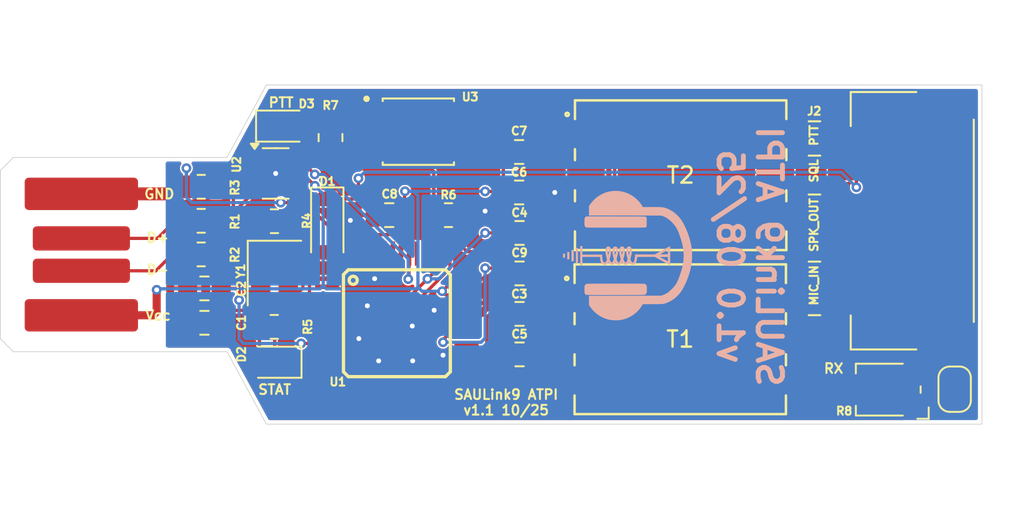
<source format=kicad_pcb>
(kicad_pcb (version 20240108) (generator "pcbnew") (generator_version "8.0")
  (layers (0 "F.Cu" signal) (31 "B.Cu" signal) (34 "B.Paste" user) (35 "F.Paste" user) (36 "B.SilkS" user "B.Silkscreen") (37 "F.SilkS" user "F.Silkscreen") (38 "B.Mask" user) (39 "F.Mask" user) (44 "Edge.Cuts" user))
  (net 0 "")
  (net 1 "Net-(C1-Pad2)")
  (net 2 "Net-(C2-Pad1)")
  (net 3 "Net-(C3-Pad1)")
  (net 4 "Net-(C3-Pad2)")
  (net 5 "Net-(C5-Pad1)")
  (net 6 "Net-(J1-VBUS)")
  (net 7 "Net-(C9-Pad1)")
  (net 8 "Net-(D1-K)")
  (net 9 "Net-(D1-A)")
  (net 10 "Net-(D2-A)")
  (net 11 "Net-(J1-D-)")
  (net 12 "GND")
  (net 13 "Net-(R1-Pad1)")
  (net 14 "Net-(R2-Pad2)")
  (net 15 "Net-(J1-D+)")
  (net 17 "Net-(J2-Pad3)")
  (net 18 "Net-(J2-Pad2)")
  (net 20 "Net-(JP1-A)")
  (net 24 "Net-(J2-Pad4)")
  (net 27 "Net-(R5-Pad2)")
  (net 28 "Net-(R3-Pad2)")
  (net 30 "Net-(U1-Pad42)")
  (net 47 "Net-(J2-Pad6)")
  (net 48 "Net-(R6-Pad1)")
  (net 49 "Net-(R6-Pad2)")
  (net 53 "Net-(T2-Pad1)")
  (net 55 "Net-(JP1-B)")
  (net 56 "Net-(C4-Pad1)")
  (net 57 "Net-(D3-A)")
  (footprint "Capacitor_SMD:C_0805_2012Metric" (layer "F.Cu") (at 139.051252 94.801748)
    (property "Reference" "C5" (at 0 -1.25 0) (layer "F.SilkS") (effects (font (size 0.5 0.5) (thickness 0.125))))
    (property "Value" "4.7uF")
    (pad "1" smd roundrect (at -0.95 0) (size 1 1.45) (layers "F.Cu" "F.Paste" "F.Mask") (net 5 "Net-(C5-Pad1)"))
    (pad "2" smd roundrect (at 0.95 0) (size 1 1.45) (layers "F.Cu" "F.Paste" "F.Mask") (net 12 "GND"))
  )
  (footprint "Resistor_SMD:R_0805_2012Metric" (layer "F.Cu") (at 119.388752 84.451748)
    (property "Reference" "R3" (at 2.0875 0.05 90) (layer "F.SilkS") (effects (font (size 0.5 0.5) (thickness 0.125))))
    (property "Value" "1k5")
    (pad "1" smd roundrect (at -0.9125 0) (size 1.025 1.4) (layers "F.Cu" "F.Paste" "F.Mask") (roundrect_rratio 0.243902) (net 56 "Net-(C4-Pad1)"))
    (pad "2" smd roundrect (at 0.9125 0) (size 1.025 1.4) (layers "F.Cu" "F.Paste" "F.Mask") (roundrect_rratio 0.243902) (net 28 "Net-(R3-Pad2)"))
  )
  (footprint "Resistor_SMD:R_0805_2012Metric" (layer "F.Cu") (at 134.663752 86.201748)
    (property "Reference" "R6" (at 0 -1.25 0) (layer "F.SilkS") (effects (font (size 0.5 0.5) (thickness 0.125))))
    (property "Value" "820")
    (pad "1" smd roundrect (at -0.9125 0) (size 1.025 1.4) (layers "F.Cu" "F.Paste" "F.Mask") (roundrect_rratio 0.243902) (net 48 "Net-(R6-Pad1)"))
    (pad "2" smd roundrect (at 0.9125 0) (size 1.025 1.4) (layers "F.Cu" "F.Paste" "F.Mask") (roundrect_rratio 0.243902) (net 49 "Net-(R6-Pad2)"))
  )
  (footprint "Resistor_SMD:R_0805_2012Metric" (layer "F.Cu") (at 119.388752 88.626748)
    (property "Reference" "R2" (at 2.0875 0.025 90) (layer "F.SilkS") (effects (font (size 0.5 0.5) (thickness 0.125))))
    (property "Value" "22")
    (pad "1" smd roundrect (at -0.9125 0) (size 1.025 1.4) (layers "F.Cu" "F.Paste" "F.Mask") (roundrect_rratio 0.243902) (net 11 "Net-(J1-D-)"))
    (pad "2" smd roundrect (at 0.9125 0) (size 1.025 1.4) (layers "F.Cu" "F.Paste" "F.Mask") (roundrect_rratio 0.243902) (net 14 "Net-(R2-Pad2)"))
  )
  (footprint "Capacitor_SMD:C_0805_2012Metric" (layer "F.Cu") (at 131.001252 86.201748 180)
    (property "Reference" "C8" (at -0.025 1.3 0) (layer "F.SilkS") (effects (font (size 0.5 0.5) (thickness 0.125))))
    (property "Value" "4.7uF")
    (pad "1" smd roundrect (at -0.95 0 180) (size 1 1.45) (layers "F.Cu" "F.Paste" "F.Mask") (net 6 "Net-(J1-VBUS)"))
    (pad "2" smd roundrect (at 0.95 0 180) (size 1 1.45) (layers "F.Cu" "F.Paste" "F.Mask") (net 12 "GND"))
  )
  (footprint "Connector_USB_PCB_Edge:USB_A_PCB_Edge_receptacle" (layer "F.Cu") (at 111.987252 88.637748)
    (property "Reference" "J1" (hide yes))
    (property "Value" "USB_A_PCB_Edge_receptacle")
    (fp_line (start -5 -5.2) (end -5 5.2) (stroke (width 0.05)) (layer "Edge.Cuts"))
    (fp_line (start -5 -5.2) (end -4.2 -6) (stroke (width 0.05)) (layer "Edge.Cuts"))
    (fp_line (start -5 5.2) (end -4.2 6) (stroke (width 0.05)) (layer "Edge.Cuts"))
    (fp_line (start 9 -6) (end -4.2 -6) (stroke (width 0.05)) (layer "Edge.Cuts"))
    (fp_line (start 9 6) (end -4.2 6) (stroke (width 0.05)) (layer "Edge.Cuts"))
    (pad "1" smd roundrect (at 0 3.75) (size 7 2) (layers "F.Cu" "F.Mask") (roundrect_rratio 0.125) (net 6 "Net-(J1-VBUS)"))
    (pad "2" smd roundrect (at 0 1) (size 6 1.5) (layers "F.Cu" "F.Mask") (roundrect_rratio 0.1666666667) (net 11 "Net-(J1-D-)"))
    (pad "3" smd roundrect (at 0 -1) (size 6 1.5) (layers "F.Cu" "F.Mask") (roundrect_rratio 0.1666666667) (net 15 "Net-(J1-D+)"))
    (pad "4" smd roundrect (at 0 -3.75) (size 7 2) (layers "F.Cu" "F.Mask") (roundrect_rratio 0.125) (net 12 "GND"))
  )
  (footprint "Jumper:SolderJumper-2_P1.3mm_Open_RoundedPad1.0x1.5mm" (layer "F.Cu") (at 165.926252 96.951748 90)
    (property "Reference" "JP1" (hide yes))
    (property "Value" "SolderJumper_2_Open")
    (pad "1" smd custom (at -0.65 0 90) (size 1 0.5) (layers "F.Cu" "F.Mask") (net 20 "Net-(JP1-A)") (options (clearance outline) (anchor rect)) (primitives (gr_circle (center 0 0.25) (end 0.5 0.25) (width 0) (fill yes)) (gr_circle (center 0 -0.25) (end 0.5 -0.25) (width 0) (fill yes)) (gr_poly (pts (xy 0.5 0.75) (xy 0 0.75) (xy 0 -0.75) (xy 0.5 -0.75)) (width 0) (fill yes))))
    (pad "2" smd custom (at 0.65 0 90) (size 1 0.5) (layers "F.Cu" "F.Mask") (net 55 "Net-(JP1-B)") (options (clearance outline) (anchor rect)) (primitives (gr_circle (center 0 0.25) (end 0.5 0.25) (width 0) (fill yes)) (gr_circle (center 0 -0.25) (end 0.5 -0.25) (width 0) (fill yes)) (gr_poly (pts (xy 0 0.75) (xy -0.5 0.75) (xy -0.5 -0.75) (xy 0 -0.75)) (width 0) (fill yes))))
  )
  (footprint "Potentiometer_SMD:Potentiometer_Bourns_TC33X_Vertical" (layer "F.Cu") (at 161.722652 96.978148 180)
    (property "Reference" "R8" (at 2.6214 -1.3236 0) (layer "F.SilkS") (effects (font (size 0.5 0.5) (thickness 0.125))))
    (property "Value" "100k")
    (pad "1" smd rect (at -1.8 -1 180) (size 1.2 1.2) (layers "F.Cu" "F.Paste" "F.Mask") (net 20 "Net-(JP1-A)"))
    (pad "2" smd rect (at 1.45 0 180) (size 1.5 1.6) (layers "F.Cu" "F.Paste" "F.Mask") (net 55 "Net-(JP1-B)"))
    (pad "3" smd rect (at -1.8 1 180) (size 1.2 1.2) (layers "F.Cu" "F.Paste" "F.Mask") (net 18 "Net-(J2-Pad2)"))
  )
  (footprint "Resistor_SMD:R_0805_2012Metric" (layer "F.Cu") (at 127.376252 81.414248 -90)
    (property "Reference" "R7" (at -1.9875 0 0) (layer "F.SilkS") (effects (font (size 0.5 0.5) (thickness 0.125))))
    (property "Value" "1.5k")
    (pad "1" smd roundrect (at -0.9125 0 270) (size 1.025 1.4) (layers "F.Cu" "F.Paste" "F.Mask") (roundrect_rratio 0.243902) (net 57 "Net-(D3-A)"))
    (pad "2" smd roundrect (at 0.9125 0 270) (size 1.025 1.4) (layers "F.Cu" "F.Paste" "F.Mask") (roundrect_rratio 0.243902) (net 48 "Net-(R6-Pad1)"))
  )
  (footprint "Capacitor_SMD:C_0805_2012Metric" (layer "F.Cu") (at 139.051252 87.301748)
    (property "Reference" "C4" (at 0 -1.25 0) (layer "F.SilkS") (effects (font (size 0.5 0.5) (thickness 0.125))))
    (property "Value" "4.7uF")
    (pad "1" smd roundrect (at -0.95 0) (size 1 1.45) (layers "F.Cu" "F.Paste" "F.Mask") (net 56 "Net-(C4-Pad1)"))
    (pad "2" smd roundrect (at 0.95 0) (size 1 1.45) (layers "F.Cu" "F.Paste" "F.Mask") (net 12 "GND"))
  )
  (footprint "Capacitor_SMD:C_0805_2012Metric_Pad1.18x1.45mm_HandSolder" (layer "F.Cu") (at 119.588752 90.726748 180)
    (property "Reference" "C2" (at -2.2875 -0.025 90) (layer "F.SilkS") (effects (font (size 0.5 0.5) (thickness 0.125))))
    (property "Value" "20pF")
    (pad "1" smd roundrect (at -1.0375 0 180) (size 1.175 1.45) (layers "F.Cu" "F.Paste" "F.Mask") (roundrect_rratio 0.212766) (net 2 "Net-(C2-Pad1)"))
    (pad "2" smd roundrect (at 1.0375 0 180) (size 1.175 1.45) (layers "F.Cu" "F.Paste" "F.Mask") (roundrect_rratio 0.212766) (net 12 "GND"))
  )
  (footprint "LED_SMD:LED_0805_2012Metric" (layer "F.Cu") (at 123.899852 95.286148 180)
    (property "Reference" "D2" (at 2.0236 0.4844 90) (layer "F.SilkS") (effects (font (size 0.5 0.5) (thickness 0.125))))
    (property "Value" "LED")
    (pad "1" smd roundrect (at -0.9375 0 180) (size 0.975 1.4) (layers "F.Cu" "F.Paste" "F.Mask") (net 12 "GND"))
    (pad "2" smd roundrect (at 0.9375 0 180) (size 0.975 1.4) (layers "F.Cu" "F.Paste" "F.Mask") (net 10 "Net-(D2-A)"))
  )
  (footprint "footprints:RES6_SM-LP-5001E_BRN" (layer "F.Cu") (at 148.977152 93.866748)
    (property "Reference" "T1" (at 0 0 0) (layer "F.SilkS"))
    (property "Value" "SM-LP-5001E")
    (pad "1" smd rect (at -5.849102 -2.54) (size 2.3114 1.1992) (layers "F.Cu" "F.Paste" "F.Mask") (net 12 "GND"))
    (pad "2" smd rect (at -5.849102 0) (size 2.3114 1.1992) (layers "F.Cu" "F.Paste" "F.Mask"))
    (pad "3" smd rect (at -5.849102 2.54) (size 2.3114 1.1992) (layers "F.Cu" "F.Paste" "F.Mask") (net 4 "Net-(C3-Pad2)"))
    (pad "4" smd rect (at 5.849102 2.54) (size 2.3114 1.1992) (layers "F.Cu" "F.Paste" "F.Mask") (net 18 "Net-(J2-Pad2)"))
    (pad "5" smd rect (at 5.849102 0) (size 2.3114 1.1992) (layers "F.Cu" "F.Paste" "F.Mask"))
    (pad "6" smd rect (at 5.849102 -2.54) (size 2.3114 1.1992) (layers "F.Cu" "F.Paste" "F.Mask") (net 55 "Net-(JP1-B)"))
  )
  (footprint "Resistor_SMD:R_0805_2012Metric" (layer "F.Cu") (at 123.899852 93.101748)
    (property "Reference" "R5" (at 2.0764 0 90) (layer "F.SilkS") (effects (font (size 0.5 0.5) (thickness 0.125))))
    (property "Value" "1.5k")
    (pad "1" smd roundrect (at -0.9125 0) (size 1.025 1.4) (layers "F.Cu" "F.Paste" "F.Mask") (roundrect_rratio 0.243902) (net 10 "Net-(D2-A)"))
    (pad "2" smd roundrect (at 0.9125 0) (size 1.025 1.4) (layers "F.Cu" "F.Paste" "F.Mask") (roundrect_rratio 0.243902) (net 27 "Net-(R5-Pad2)"))
  )
  (footprint "Capacitor_SMD:C_0805_2012Metric_Pad1.18x1.45mm_HandSolder" (layer "F.Cu") (at 119.588752 92.851748)
    (property "Reference" "C1" (at 2.2875 0 90) (layer "F.SilkS") (effects (font (size 0.5 0.5) (thickness 0.125))))
    (property "Value" "20pF")
    (pad "1" smd roundrect (at -1.0375 0) (size 1.175 1.45) (layers "F.Cu" "F.Paste" "F.Mask") (roundrect_rratio 0.212766) (net 12 "GND"))
    (pad "2" smd roundrect (at 1.0375 0) (size 1.175 1.45) (layers "F.Cu" "F.Paste" "F.Mask") (roundrect_rratio 0.212766) (net 1 "Net-(C1-Pad2)"))
  )
  (footprint "Capacitor_SMD:C_0805_2012Metric" (layer "F.Cu") (at 139.051252 89.801748)
    (property "Reference" "C9" (at 0 -1.275 0) (layer "F.SilkS") (effects (font (size 0.5 0.5) (thickness 0.125))))
    (property "Value" "100nF")
    (pad "1" smd roundrect (at -0.95 0) (size 1 1.45) (layers "F.Cu" "F.Paste" "F.Mask") (net 7 "Net-(C9-Pad1)"))
    (pad "2" smd roundrect (at 0.95 0) (size 1 1.45) (layers "F.Cu" "F.Paste" "F.Mask") (net 12 "GND"))
  )
  (footprint "S6B-PH-SM4:JST_S6B-PH-SM4-TB_LF__SN_" (layer "F.Cu") (at 159.856652 86.548148 90)
    (property "Reference" "J2" (at 6.7714 -2.6054 0) (layer "F.SilkS") (effects (font (size 0.5 0.5) (thickness 0.125))))
    (property "Value" "S6B-PH-SM4")
    (pad "1" smd rect (at -5 0 90) (size 1 3.5) (layers "F.Cu" "F.Paste" "F.Mask") (net 20 "Net-(JP1-A)"))
    (pad "2" smd rect (at -3 0 90) (size 1 3.5) (layers "F.Cu" "F.Paste" "F.Mask") (net 18 "Net-(J2-Pad2)"))
    (pad "3" smd rect (at -1 0 90) (size 1 3.5) (layers "F.Cu" "F.Paste" "F.Mask") (net 17 "Net-(J2-Pad3)"))
    (pad "4" smd rect (at 1 0 90) (size 1 3.5) (layers "F.Cu" "F.Paste" "F.Mask") (net 24 "Net-(J2-Pad4)"))
    (pad "5" smd rect (at 3 0 90) (size 1 3.5) (layers "F.Cu" "F.Paste" "F.Mask") (net 8 "Net-(D1-K)"))
    (pad "6" smd rect (at 5 0 90) (size 1 3.5) (layers "F.Cu" "F.Paste" "F.Mask") (net 47 "Net-(J2-Pad6)"))
    (pad "S1" smd rect (at -7.35 5.75 90) (size 1.5 3.4) (layers "F.Cu" "F.Paste" "F.Mask") (net 12 "GND"))
    (pad "S2" smd rect (at 7.35 5.75 90) (size 1.5 3.4) (layers "F.Cu" "F.Paste" "F.Mask") (net 12 "GND"))
  )
  (footprint "EL357N-G-Optokoppler:OPTO_EL357N-G" (layer "F.Cu") (at 132.801252 81.046748)
    (property "Reference" "U3" (at 3.2 -2.145 0) (layer "F.SilkS") (effects (font (size 0.5 0.5) (thickness 0.125))))
    (property "Value" "EL357N-G")
    (pad "1" smd rect (at -3.175 -1.27) (size 1.5 0.6) (layers "F.Cu" "F.Paste" "F.Mask") (net 49 "Net-(R6-Pad2)"))
    (pad "2" smd rect (at -3.175 1.27) (size 1.5 0.6) (layers "F.Cu" "F.Paste" "F.Mask") (net 12 "GND"))
    (pad "3" smd rect (at 3.175 1.27) (size 1.5 0.6) (layers "F.Cu" "F.Paste" "F.Mask") (net 12 "GND"))
    (pad "4" smd rect (at 3.175 -1.27) (size 1.5 0.6) (layers "F.Cu" "F.Paste" "F.Mask") (net 47 "Net-(J2-Pad6)"))
  )
  (footprint "LED_SMD:LED_0805_2012Metric" (layer "F.Cu") (at 124.463752 80.701748)
    (property "Reference" "D3" (at 1.4375 -1.375 0) (layer "F.SilkS") (effects (font (size 0.5 0.5) (thickness 0.125))))
    (property "Value" "LED")
    (pad "1" smd roundrect (at -0.9375 0) (size 0.975 1.4) (layers "F.Cu" "F.Paste" "F.Mask") (net 12 "GND"))
    (pad "2" smd roundrect (at 0.9375 0) (size 0.975 1.4) (layers "F.Cu" "F.Paste" "F.Mask") (net 57 "Net-(D3-A)"))
  )
  (footprint "Resistor_SMD:R_0805_2012Metric" (layer "F.Cu") (at 119.388752 86.551748 180)
    (property "Reference" "R1" (at -2.0875 -0.05 90) (layer "F.SilkS") (effects (font (size 0.5 0.5) (thickness 0.125))))
    (property "Value" "22")
    (pad "1" smd roundrect (at -0.9125 0 180) (size 1.025 1.4) (layers "F.Cu" "F.Paste" "F.Mask") (roundrect_rratio 0.243902) (net 13 "Net-(R1-Pad1)"))
    (pad "2" smd roundrect (at 0.9125 0 180) (size 1.025 1.4) (layers "F.Cu" "F.Paste" "F.Mask") (roundrect_rratio 0.243902) (net 15 "Net-(J1-D+)"))
  )
  (footprint "Capacitor_SMD:C_0805_2012Metric" (layer "F.Cu") (at 139.026252 82.301748)
    (property "Reference" "C7" (at 0 -1.3 0) (layer "F.SilkS") (effects (font (size 0.5 0.5) (thickness 0.125))))
    (property "Value" "4.7uF")
    (pad "1" smd roundrect (at -0.95 0) (size 1 1.45) (layers "F.Cu" "F.Paste" "F.Mask") (net 6 "Net-(J1-VBUS)"))
    (pad "2" smd roundrect (at 0.95 0) (size 1 1.45) (layers "F.Cu" "F.Paste" "F.Mask") (net 12 "GND"))
  )
  (footprint "CM108B:TQFP48" (layer "F.Cu") (at 131.476252 92.876748 90)
    (property "Reference" "U1" (at -3.625 -3.65 0) (layer "F.SilkS") (effects (font (size 0.5 0.5) (thickness 0.125))))
    (property "Value" "CM108B" (hide yes))
    (pad "1" smd rect (at 2.75 -4.3 90) (size 0.28 1.5) (layers "F.Cu" "F.Mask"))
    (pad "2" smd rect (at 2.25 -4.3 90) (size 0.28 1.5) (layers "F.Cu" "F.Mask"))
    (pad "3" smd rect (at 1.75 -4.3 90) (size 0.28 1.5) (layers "F.Cu" "F.Mask"))
    (pad "4" smd rect (at 1.25 -4.3 90) (size 0.28 1.5) (layers "F.Cu" "F.Mask"))
    (pad "5" smd rect (at 0.75 -4.3 90) (size 0.28 1.5) (layers "F.Cu" "F.Mask"))
    (pad "6" smd rect (at 0.25 -4.3 90) (size 0.28 1.5) (layers "F.Cu" "F.Mask"))
    (pad "7" smd rect (at -0.25 -4.3 90) (size 0.28 1.5) (layers "F.Cu" "F.Mask") (net 56 "Net-(C4-Pad1)"))
    (pad "8" smd rect (at -0.75 -4.3 90) (size 0.28 1.5) (layers "F.Cu" "F.Mask") (net 1 "Net-(C1-Pad2)"))
    (pad "9" smd rect (at -1.25 -4.3 90) (size 0.28 1.5) (layers "F.Cu" "F.Mask") (net 2 "Net-(C2-Pad1)"))
    (pad "10" smd rect (at -1.75 -4.3 90) (size 0.28 1.5) (layers "F.Cu" "F.Mask") (net 12 "GND"))
    (pad "11" smd rect (at -2.25 -4.3 90) (size 0.28 1.5) (layers "F.Cu" "F.Mask"))
    (pad "12" smd rect (at -2.75 -4.3 90) (size 0.28 1.5) (layers "F.Cu" "F.Mask") (net 27 "Net-(R5-Pad2)"))
    (pad "13" smd rect (at -4.3 -2.75 90) (size 1.5 0.28) (layers "F.Cu" "F.Mask") (net 48 "Net-(R6-Pad1)"))
    (pad "14" smd rect (at -4.3 -2.25 90) (size 1.5 0.28) (layers "F.Cu" "F.Mask") (net 12 "GND"))
    (pad "15" smd rect (at -4.3 -1.75 90) (size 1.5 0.28) (layers "F.Cu" "F.Mask"))
    (pad "16" smd rect (at -4.3 -1.25 90) (size 1.5 0.28) (layers "F.Cu" "F.Mask") (net 12 "GND"))
    (pad "17" smd rect (at -4.3 -0.75 90) (size 1.5 0.28) (layers "F.Cu" "F.Mask"))
    (pad "18" smd rect (at -4.3 -0.25 90) (size 1.5 0.28) (layers "F.Cu" "F.Mask"))
    (pad "19" smd rect (at -4.3 0.25 90) (size 1.5 0.28) (layers "F.Cu" "F.Mask"))
    (pad "20" smd rect (at -4.3 0.75 90) (size 1.5 0.28) (layers "F.Cu" "F.Mask"))
    (pad "21" smd rect (at -4.3 1.25 90) (size 1.5 0.28) (layers "F.Cu" "F.Mask"))
    (pad "22" smd rect (at -4.3 1.75 90) (size 1.5 0.28) (layers "F.Cu" "F.Mask") (net 12 "GND"))
    (pad "23" smd rect (at -4.3 2.25 90) (size 1.5 0.28) (layers "F.Cu" "F.Mask") (net 12 "GND"))
    (pad "24" smd rect (at -4.3 2.75 90) (size 1.5 0.28) (layers "F.Cu" "F.Mask") (net 12 "GND"))
    (pad "25" smd rect (at -2.75 4.3 90) (size 0.28 1.5) (layers "F.Cu" "F.Mask"))
    (pad "26" smd rect (at -2.25 4.3 90) (size 0.28 1.5) (layers "F.Cu" "F.Mask") (net 5 "Net-(C5-Pad1)"))
    (pad "27" smd rect (at -1.75 4.3 90) (size 0.28 1.5) (layers "F.Cu" "F.Mask") (net 3 "Net-(C3-Pad1)"))
    (pad "28" smd rect (at -1.25 4.3 90) (size 0.28 1.5) (layers "F.Cu" "F.Mask"))
    (pad "29" smd rect (at -0.75 4.3 90) (size 0.28 1.5) (layers "F.Cu" "F.Mask") (net 7 "Net-(C9-Pad1)"))
    (pad "30" smd rect (at -0.25 4.3 90) (size 0.28 1.5) (layers "F.Cu" "F.Mask") (net 53 "Net-(T2-Pad1)"))
    (pad "31" smd rect (at 0.25 4.3 90) (size 0.28 1.5) (layers "F.Cu" "F.Mask"))
    (pad "32" smd rect (at 0.75 4.3 90) (size 0.28 1.5) (layers "F.Cu" "F.Mask"))
    (pad "33" smd rect (at 1.25 4.3 90) (size 0.28 1.5) (layers "F.Cu" "F.Mask") (net 12 "GND"))
    (pad "34" smd rect (at 1.75 4.3 90) (size 0.28 1.5) (layers "F.Cu" "F.Mask") (net 6 "Net-(J1-VBUS)"))
    (pad "35" smd rect (at 2.25 4.3 90) (size 0.28 1.5) (layers "F.Cu" "F.Mask") (net 6 "Net-(J1-VBUS)"))
    (pad "36" smd rect (at 2.75 4.3 90) (size 0.28 1.5) (layers "F.Cu" "F.Mask") (net 12 "GND"))
    (pad "37" smd rect (at 4.3 2.75 90) (size 1.5 0.28) (layers "F.Cu" "F.Mask") (net 56 "Net-(C4-Pad1)"))
    (pad "38" smd rect (at 4.3 2.25 90) (size 1.5 0.28) (layers "F.Cu" "F.Mask") (net 56 "Net-(C4-Pad1)"))
    (pad "39" smd rect (at 4.3 1.75 90) (size 1.5 0.28) (layers "F.Cu" "F.Mask"))
    (pad "40" smd rect (at 4.3 1.25 90) (size 1.5 0.28) (layers "F.Cu" "F.Mask"))
    (pad "41" smd rect (at 4.3 0.75 90) (size 1.5 0.28) (layers "F.Cu" "F.Mask") (net 28 "Net-(R3-Pad2)"))
    (pad "42" smd rect (at 4.3 0.25 90) (size 1.5 0.28) (layers "F.Cu" "F.Mask") (net 30 "Net-(U1-Pad42)"))
    (pad "43" smd rect (at 4.3 -0.25 90) (size 1.5 0.28) (layers "F.Cu" "F.Mask"))
    (pad "44" smd rect (at 4.3 -0.75 90) (size 1.5 0.28) (layers "F.Cu" "F.Mask"))
    (pad "45" smd rect (at 4.3 -1.25 90) (size 1.5 0.28) (layers "F.Cu" "F.Mask"))
    (pad "46" smd rect (at 4.3 -1.75 90) (size 1.5 0.28) (layers "F.Cu" "F.Mask"))
    (pad "47" smd rect (at 4.3 -2.25 90) (size 1.5 0.28) (layers "F.Cu" "F.Mask"))
    (pad "48" smd rect (at 4.3 -2.75 90) (size 1.5 0.28) (layers "F.Cu" "F.Mask") (net 9 "Net-(D1-A)"))
  )
  (footprint "Resistor_SMD:R_0805_2012Metric" (layer "F.Cu") (at 123.913752 86.576748)
    (property "Reference" "R4" (at 2.0125 -0.025 90) (layer "F.SilkS") (effects (font (size 0.5 0.5) (thickness 0.125))))
    (property "Value" "1M?")
    (pad "1" smd roundrect (at -0.9125 0) (size 1.025 1.4) (layers "F.Cu" "F.Paste" "F.Mask") (roundrect_rratio 0.243902) (net 2 "Net-(C2-Pad1)"))
    (pad "2" smd roundrect (at 0.9125 0) (size 1.025 1.4) (layers "F.Cu" "F.Paste" "F.Mask") (roundrect_rratio 0.243902) (net 1 "Net-(C1-Pad2)"))
  )
  (footprint "Crystal:Crystal_SMD_3225-4Pin_3.2x2.5mm" (layer "F.Cu") (at 123.913452 89.782148 -90)
    (property "Reference" "Y1" (at -0.1304 2.0872 90) (layer "F.SilkS") (effects (font (size 0.5 0.5) (thickness 0.125))))
    (property "Value" "12Mhz")
    (pad "1" smd rect (at -1.1 0.85 270) (size 1.4 1.2) (layers "F.Cu" "F.Paste" "F.Mask") (net 2 "Net-(C2-Pad1)"))
    (pad "2" smd rect (at 1.1 0.85 270) (size 1.4 1.2) (layers "F.Cu" "F.Paste" "F.Mask") (net 12 "GND"))
    (pad "3" smd rect (at 1.1 -0.85 270) (size 1.4 1.2) (layers "F.Cu" "F.Paste" "F.Mask") (net 1 "Net-(C1-Pad2)"))
    (pad "4" smd rect (at -1.1 -0.85 270) (size 1.4 1.2) (layers "F.Cu" "F.Paste" "F.Mask") (net 12 "GND"))
  )
  (footprint "Capacitor_SMD:C_0805_2012Metric" (layer "F.Cu") (at 139.026252 84.801748)
    (property "Reference" "C6" (at 0 -1.25 0) (layer "F.SilkS") (effects (font (size 0.5 0.5) (thickness 0.125))))
    (property "Value" "4.7uF")
    (pad "1" smd roundrect (at -0.95 0) (size 1 1.45) (layers "F.Cu" "F.Paste" "F.Mask") (net 6 "Net-(J1-VBUS)"))
    (pad "2" smd roundrect (at 0.95 0) (size 1 1.45) (layers "F.Cu" "F.Paste" "F.Mask") (net 12 "GND"))
  )
  (footprint "footprints:RES6_SM-LP-5001E_BRN" (layer "F.Cu") (at 149.002152 83.736748)
    (property "Reference" "T2" (at 0 0 0) (layer "F.SilkS"))
    (property "Value" "SM-LP-5001E")
    (pad "1" smd rect (at -5.849102 -2.54) (size 2.3114 1.1992) (layers "F.Cu" "F.Paste" "F.Mask") (net 53 "Net-(T2-Pad1)"))
    (pad "2" smd rect (at -5.849102 0) (size 2.3114 1.1992) (layers "F.Cu" "F.Paste" "F.Mask"))
    (pad "3" smd rect (at -5.849102 2.54) (size 2.3114 1.1992) (layers "F.Cu" "F.Paste" "F.Mask") (net 12 "GND"))
    (pad "4" smd rect (at 5.849102 2.54) (size 2.3114 1.1992) (layers "F.Cu" "F.Paste" "F.Mask") (net 24 "Net-(J2-Pad4)"))
    (pad "5" smd rect (at 5.849102 0) (size 2.3114 1.1992) (layers "F.Cu" "F.Paste" "F.Mask"))
    (pad "6" smd rect (at 5.849102 -2.54) (size 2.3114 1.1992) (layers "F.Cu" "F.Paste" "F.Mask") (net 17 "Net-(J2-Pad3)"))
  )
  (footprint "Capacitor_SMD:C_0805_2012Metric" (layer "F.Cu") (at 139.051252 92.301748)
    (property "Reference" "C3" (at -0.0125 -1.225 0) (layer "F.SilkS") (effects (font (size 0.5 0.5) (thickness 0.125))))
    (property "Value" "1uF")
    (pad "1" smd roundrect (at -0.95 0) (size 1 1.45) (layers "F.Cu" "F.Paste" "F.Mask") (net 3 "Net-(C3-Pad1)"))
    (pad "2" smd roundrect (at 0.95 0) (size 1 1.45) (layers "F.Cu" "F.Paste" "F.Mask") (net 4 "Net-(C3-Pad2)"))
  )
  (footprint "Package_TO_SOT_SMD:SOT-23-6" (layer "F.Cu") (at 123.988752 83.626748)
    (property "Reference" "U2" (at -2.4125 -0.55 90) (layer "F.SilkS") (effects (font (size 0.5 0.5) (thickness 0.125))))
    (property "Value" "USBLC6")
    (pad "1" smd roundrect (at -1.1375 -0.95) (size 1.325 0.6) (layers "F.Cu" "F.Paste" "F.Mask") (net 13 "Net-(R1-Pad1)"))
    (pad "2" smd roundrect (at -1.1375 0) (size 1.325 0.6) (layers "F.Cu" "F.Paste" "F.Mask") (net 12 "GND"))
    (pad "3" smd roundrect (at -1.1375 0.95) (size 1.325 0.6) (layers "F.Cu" "F.Paste" "F.Mask") (net 14 "Net-(R2-Pad2)"))
    (pad "4" smd roundrect (at 1.1375 0.95) (size 1.325 0.6) (layers "F.Cu" "F.Paste" "F.Mask") (net 30 "Net-(U1-Pad42)"))
    (pad "5" smd roundrect (at 1.1375 0) (size 1.325 0.6) (layers "F.Cu" "F.Paste" "F.Mask") (net 6 "Net-(J1-VBUS)"))
    (pad "6" smd roundrect (at 1.1375 -0.95) (size 1.325 0.6) (layers "F.Cu" "F.Paste" "F.Mask") (net 28 "Net-(R3-Pad2)"))
  )
  (footprint "Diode_SMD:D_SOD-123" (layer "F.Cu") (at 127.176252 86.851748 -90)
    (property "Reference" "D1" (at -2.731748 -0.013748 0) (layer "F.SilkS") (effects (font (size 0.5 0.5) (thickness 0.125))))
    (property "Value" "BAT43W-V")
    (pad "1" smd roundrect (at -1.65 0 270) (size 0.9 1.2) (layers "F.Cu" "F.Paste" "F.Mask") (net 8 "Net-(D1-K)"))
    (pad "2" smd roundrect (at 1.65 0 270) (size 0.9 1.2) (layers "F.Cu" "F.Paste" "F.Mask") (net 9 "Net-(D1-A)"))
  )
  (footprint "LOGO" (layer "B.Cu") (at 145.726252 88.701748 90)
    (property "Reference" "g2" (hide yes))
    (property "Value" "LOGO" (hide yes))
  )
  (gr_line (start 167.613252 99.111748) (end 167.613252 78.156748) (stroke (width 0.05)) (layer "Edge.Cuts"))
  (gr_line (start 123.417252 99.111748) (end 159.993252 99.111748) (stroke (width 0.05)) (layer "Edge.Cuts"))
  (gr_line (start 120.987252 82.637748) (end 123.417252 78.156748) (stroke (width 0.05)) (layer "Edge.Cuts"))
  (gr_line (start 123.417252 78.156748) (end 159.993252 78.156748) (stroke (width 0.05)) (layer "Edge.Cuts"))
  (gr_line (start 159.993252 99.111748) (end 167.613252 99.111748) (stroke (width 0.05)) (layer "Edge.Cuts"))
  (gr_line (start 120.987252 94.637748) (end 123.417252 99.111748) (stroke (width 0.05)) (layer "Edge.Cuts"))
  (gr_line (start 167.613252 78.156748) (end 159.993252 78.156748) (stroke (width 0.05)) (layer "Edge.Cuts"))
  (gr_text "SAULink9 ATPI\nv1.0 08/25" (at 151.176252 88.751748 -90) (layer "B.SilkS") (effects (font (size 1.5 1.5) (thickness 0.3) (bold yes)) (justify bottom mirror)))
  (gr_text "GND" (at 116.801252 85.251748 0) (layer "F.SilkS") (effects (font (size 0.6 0.6) (thickness 0.125) (bold yes)) (justify bottom)))
  (gr_text "PTT" (at 124.326252 79.601748 0) (layer "F.SilkS") (effects (font (size 0.6 0.6) (thickness 0.125) (bold yes)) (justify bottom)))
  (gr_text "Vcc" (at 116.726252 92.751748 0) (layer "F.SilkS") (effects (font (size 0.6 0.6) (thickness 0.125) (bold yes)) (justify bottom)))
  (gr_text "SQL| PTT| " (at 157.526252 84.251748 90) (layer "F.SilkS") (effects (font (size 0.5 0.5) (thickness 0.125) (bold yes)) (justify left bottom)))
  (gr_text "SAULink9 ATPI\nv1.1 10/25" (at 138.226252 98.601748 0) (layer "F.SilkS") (effects (font (size 0.6 0.6) (thickness 0.125) (bold yes)) (justify bottom)))
  (gr_text "RX" (at 158.451252 96.026748 0) (layer "F.SilkS") (effects (font (size 0.6 0.6) (thickness 0.125) (bold yes)) (justify bottom)))
  (gr_text "D+" (at 116.701252 87.951748 0) (layer "F.SilkS") (effects (font (size 0.6 0.6) (thickness 0.125) (bold yes)) (justify bottom)))
  (gr_text "D-" (at 116.701252 89.926748 0) (layer "F.SilkS") (effects (font (size 0.6 0.6) (thickness 0.125) (bold yes)) (justify bottom)))
  (gr_text "| MIC_IN| SPK_OUT|" (at 157.526252 92.701748 90) (layer "F.SilkS") (effects (font (size 0.5 0.5) (thickness 0.125) (bold yes)) (justify left bottom)))
  (gr_text "STAT" (at 123.926252 97.326748 0) (layer "F.SilkS") (effects (font (size 0.6 0.6) (thickness 0.125) (bold yes)) (justify bottom)))
  (segment (start 120.626252 92.851748) (end 121.395652 92.082348) (width 0.2) (layer "F.Cu") (net 1))
  (segment (start 125.726252 93.451748) (end 125.726252 92.301748) (width 0.2) (layer "F.Cu") (net 1))
  (segment (start 125.495852 90.882148) (end 125.668452 90.709548) (width 0.2) (layer "F.Cu") (net 1))
  (segment (start 125.668452 86.793948) (end 125.451252 86.576748) (width 0.2) (layer "F.Cu") (net 1))
  (segment (start 125.576252 92.151748) (end 125.033052 92.151748) (width 0.2) (layer "F.Cu") (net 1))
  (segment (start 124.563252 92.082348) (end 124.763452 91.882148) (width 0.2) (layer "F.Cu") (net 1))
  (segment (start 124.763452 90.882148) (end 124.763452 91.121648) (width 0.2) (layer "F.Cu") (net 1))
  (segment (start 124.763452 91.121648) (end 124.763452 91.361248) (width 0.2) (layer "F.Cu") (net 1))
  (segment (start 124.763452 91.382148) (end 124.763452 91.361248) (width 0.2) (layer "F.Cu") (net 1))
  (segment (start 125.033052 92.151748) (end 124.763452 91.882148) (width 0.2) (layer "F.Cu") (net 1))
  (segment (start 125.002952 90.882148) (end 125.495852 90.882148) (width 0.2) (layer "F.Cu") (net 1))
  (segment (start 124.763452 91.832148) (end 124.763452 91.882148) (width 0.2) (layer "F.Cu") (net 1))
  (segment (start 125.668452 90.709548) (end 125.668452 86.793948) (width 0.2) (layer "F.Cu") (net 1))
  (segment (start 127.176252 93.626748) (end 125.901252 93.626748) (width 0.2) (layer "F.Cu") (net 1))
  (segment (start 125.451252 86.576748) (end 124.826252 86.576748) (width 0.2) (layer "F.Cu") (net 1))
  (segment (start 125.726252 92.301748) (end 125.576252 92.151748) (width 0.2) (layer "F.Cu") (net 1))
  (segment (start 125.901252 93.626748) (end 125.726252 93.451748) (width 0.2) (layer "F.Cu") (net 1))
  (segment (start 124.763452 91.382148) (end 124.763452 91.832148) (width 0.2) (layer "F.Cu") (net 1))
  (segment (start 121.395652 92.082348) (end 124.563252 92.082348) (width 0.2) (layer "F.Cu") (net 1))
  (segment (start 121.551252 90.726748) (end 120.626252 90.726748) (width 0.2) (layer "F.Cu") (net 2))
  (segment (start 123.063452 88.682148) (end 121.995852 88.682148) (width 0.2) (layer "F.Cu") (net 2))
  (segment (start 121.726252 90.551748) (end 121.551252 90.726748) (width 0.2) (layer "F.Cu") (net 2))
  (segment (start 121.995852 88.682148) (end 121.726252 88.951748) (width 0.2) (layer "F.Cu") (net 2))
  (segment (start 123.063452 88.682148) (end 123.001252 88.619948) (width 0.2) (layer "F.Cu") (net 2))
  (segment (start 121.551252 90.726748) (end 121.729252 90.904748) (width 0.2) (layer "F.Cu") (net 2))
  (segment (start 121.729252 90.904748) (end 121.729252 91.443048) (width 0.2) (layer "F.Cu") (net 2))
  (segment (start 127.176252 94.126748) (end 125.561752 94.126748) (width 0.2) (layer "F.Cu") (net 2))
  (segment (start 123.001252 88.619948) (end 123.001252 86.576748) (width 0.2) (layer "F.Cu") (net 2))
  (segment (start 121.726252 88.951748) (end 121.726252 90.551748) (width 0.2) (layer "F.Cu") (net 2))
  (via (at 121.729252 91.443048) (size 0.6) (drill 0.3) (layers "F.Cu" "B.Cu") (net 2))
  (via (at 125.561752 94.126748) (size 0.6) (drill 0.3) (layers "F.Cu" "B.Cu") (net 2))
  (segment (start 125.561752 94.126748) (end 122.001252 94.126748) (width 0.2) (layer "B.Cu") (net 2))
  (segment (start 122.001252 94.126748) (end 121.729252 93.854748) (width 0.2) (layer "B.Cu") (net 2))
  (segment (start 121.729252 93.854748) (end 121.729252 91.443048) (width 0.2) (layer "B.Cu") (net 2))
  (segment (start 135.776252 94.626748) (end 136.851252 94.626748) (width 0.2) (layer "F.Cu") (net 3))
  (segment (start 136.851252 94.626748) (end 137.026252 94.451748) (width 0.2) (layer "F.Cu") (net 3))
  (segment (start 137.226252 92.301748) (end 138.101252 92.301748) (width 0.2) (layer "F.Cu") (net 3))
  (segment (start 137.026252 92.501748) (end 137.226252 92.301748) (width 0.2) (layer "F.Cu") (net 3))
  (segment (start 137.026252 94.451748) (end 137.026252 92.501748) (width 0.2) (layer "F.Cu") (net 3))
  (segment (start 141.026252 92.301748) (end 141.276252 92.551748) (width 0.2) (layer "F.Cu") (net 4))
  (segment (start 140.176252 92.301748) (end 141.026252 92.301748) (width 0.2) (layer "F.Cu") (net 4))
  (segment (start 141.276252 96.151748) (end 141.531252 96.406748) (width 0.2) (layer "F.Cu") (net 4))
  (segment (start 141.531252 96.406748) (end 143.128052 96.406748) (width 0.2) (layer "F.Cu") (net 4))
  (segment (start 141.276252 92.551748) (end 141.276252 96.151748) (width 0.2) (layer "F.Cu") (net 4))
  (segment (start 135.776252 95.126748) (end 137.701252 95.126748) (width 0.2) (layer "F.Cu") (net 5))
  (segment (start 137.701252 95.126748) (end 138.026252 94.801748) (width 0.2) (layer "F.Cu") (net 5))
  (segment (start 136.926252 84.739748) (end 137.989252 84.739748) (width 0.2) (layer "F.Cu") (net 6))
  (segment (start 134.276252 90.901748) (end 134.501252 91.126748) (width 0.2) (layer "F.Cu") (net 6))
  (segment (start 134.551252 90.626748) (end 135.776252 90.626748) (width 0.2) (layer "F.Cu") (net 6))
  (segment (start 131.926252 84.801748) (end 131.951252 84.826748) (width 0.2) (layer "F.Cu") (net 6))
  (segment (start 116.415252 92.387748) (end 111.987252 92.387748) (width 0.5) (layer "F.Cu") (net 6))
  (segment (start 116.638752 90.814248) (end 116.638752 92.164248) (width 0.5) (layer "F.Cu") (net 6))
  (segment (start 131.951252 84.826748) (end 131.951252 86.201748) (width 0.2) (layer "F.Cu") (net 6))
  (segment (start 131.926252 84.801748) (end 131.988252 84.739748) (width 0.2) (layer "F.Cu") (net 6))
  (segment (start 134.276252 90.901748) (end 134.551252 90.626748) (width 0.2) (layer "F.Cu") (net 6))
  (segment (start 116.638752 92.164248) (end 116.415252 92.387748) (width 0.5) (layer "F.Cu") (net 6))
  (segment (start 125.647752 83.626748) (end 126.407452 84.386448) (width 0.2) (layer "F.Cu") (net 6))
  (segment (start 138.051252 84.677748) (end 138.051252 82.301748) (width 0.2) (layer "F.Cu") (net 6))
  (segment (start 125.126252 83.626748) (end 125.647752 83.626748) (width 0.2) (layer "F.Cu") (net 6))
  (segment (start 137.989252 84.739748) (end 138.051252 84.801748) (width 0.2) (layer "F.Cu") (net 6))
  (segment (start 137.989252 84.739748) (end 138.051252 84.677748) (width 0.2) (layer "F.Cu") (net 6))
  (segment (start 134.501252 91.126748) (end 135.776252 91.126748) (width 0.2) (layer "F.Cu") (net 6))
  (via (at 126.407452 84.386448) (size 0.6) (drill 0.3) (layers "F.Cu" "B.Cu") (net 6))
  (via (at 136.926252 84.739748) (size 0.6) (drill 0.3) (layers "F.Cu" "B.Cu") (net 6))
  (via (at 116.638752 90.814248) (size 0.6) (drill 0.3) (layers "F.Cu" "B.Cu") (net 6))
  (via (at 131.976252 84.726748) (size 0.6) (drill 0.3) (layers "F.Cu" "B.Cu") (net 6))
  (via (at 134.276252 90.901748) (size 0.6) (drill 0.3) (layers "F.Cu" "B.Cu") (net 6))
  (segment (start 116.638752 90.814248) (end 116.701252 90.751748) (width 0.2) (layer "B.Cu") (net 6))
  (segment (start 136.926252 84.739748) (end 136.776252 84.739748) (width 0.2) (layer "B.Cu") (net 6))
  (segment (start 126.721852 90.751748) (end 126.924052 90.549548) (width 0.2) (layer "B.Cu") (net 6))
  (segment (start 133.026252 90.901748) (end 132.776252 90.651748) (width 0.2) (layer "B.Cu") (net 6))
  (segment (start 136.913252 84.726748) (end 136.926252 84.739748) (width 0.2) (layer "B.Cu") (net 6))
  (segment (start 132.776252 90.651748) (end 132.676252 90.751748) (width 0.2) (layer "B.Cu") (net 6))
  (segment (start 132.776252 85.001748) (end 132.501252 84.726748) (width 0.2) (layer "B.Cu") (net 6))
  (segment (start 126.407452 84.386448) (end 126.924052 84.903048) (width 0.2) (layer "B.Cu") (net 6))
  (segment (start 126.924052 90.549548) (end 126.924052 90.299548) (width 0.2) (layer "B.Cu") (net 6))
  (segment (start 132.776252 90.651748) (end 132.776252 85.001748) (width 0.2) (layer "B.Cu") (net 6))
  (segment (start 127.126252 90.751748) (end 126.924052 90.549548) (width 0.2) (layer "B.Cu") (net 6))
  (segment (start 131.976252 84.726748) (end 136.913252 84.726748) (width 0.2) (layer "B.Cu") (net 6))
  (segment (start 134.276252 90.901748) (end 133.026252 90.901748) (width 0.2) (layer "B.Cu") (net 6))
  (segment (start 116.701252 90.751748) (end 126.721852 90.751748) (width 0.2) (layer "B.Cu") (net 6))
  (segment (start 126.924052 84.903048) (end 126.924052 88.755148) (width 0.2) (layer "B.Cu") (net 6))
  (segment (start 126.924052 90.299548) (end 126.924052 88.755148) (width 0.2) (layer "B.Cu") (net 6))
  (segment (start 132.676252 90.751748) (end 127.126252 90.751748) (width 0.2) (layer "B.Cu") (net 6))
  (segment (start 132.501252 84.726748) (end 131.976252 84.726748) (width 0.2) (layer "B.Cu") (net 6))
  (segment (start 134.326252 93.901748) (end 134.601252 93.626748) (width 0.2) (layer "F.Cu") (net 7))
  (segment (start 136.926252 89.477248) (end 137.776752 89.477248) (width 0.2) (layer "F.Cu") (net 7))
  (segment (start 134.601252 93.626748) (end 135.776252 93.626748) (width 0.2) (layer "F.Cu") (net 7))
  (segment (start 134.326252 94.051748) (end 134.326252 93.901748) (width 0.2) (layer "F.Cu") (net 7))
  (segment (start 137.776752 89.477248) (end 138.101252 89.801748) (width 0.2) (layer "F.Cu") (net 7))
  (via (at 134.326252 94.051748) (size 0.6) (drill 0.3) (layers "F.Cu" "B.Cu") (net 7))
  (via (at 136.926252 89.477248) (size 0.6) (drill 0.3) (layers "F.Cu" "B.Cu") (net 7))
  (segment (start 134.326252 94.051748) (end 136.676252 94.051748) (width 0.2) (layer "B.Cu") (net 7))
  (segment (start 136.926252 93.801748) (end 136.926252 89.477248) (width 0.2) (layer "B.Cu") (net 7))
  (segment (start 136.676252 94.051748) (end 136.926252 93.801748) (width 0.2) (layer "B.Cu") (net 7))
  (segment (start 129.101252 83.926748) (end 129.101252 84.978748) (width 0.2) (layer "F.Cu") (net 8))
  (segment (start 159.856652 84.482148) (end 159.856652 83.548148) (width 0.2) (layer "F.Cu") (net 8))
  (segment (start 128.878252 85.201748) (end 127.176252 85.201748) (width 0.2) (layer "F.Cu") (net 8))
  (segment (start 129.101252 84.978748) (end 128.878252 85.201748) (width 0.2) (layer "F.Cu") (net 8))
  (via (at 159.856652 84.482148) (size 0.6) (drill 0.3) (layers "F.Cu" "B.Cu") (net 8))
  (via (at 129.101252 83.926748) (size 0.6) (drill 0.3) (layers "F.Cu" "B.Cu") (net 8))
  (segment (start 129.476252 83.551748) (end 129.101252 83.926748) (width 0.2) (layer "B.Cu") (net 8))
  (segment (start 159.856652 84.482148) (end 158.926252 83.551748) (width 0.2) (layer "B.Cu") (net 8))
  (segment (start 158.926252 83.551748) (end 129.476252 83.551748) (width 0.2) (layer "B.Cu") (net 8))
  (segment (start 127.176252 88.501748) (end 127.214504 88.54) (width 0.2) (layer "F.Cu") (net 9))
  (segment (start 128.689504 88.54) (end 128.726252 88.576748) (width 0.2) (layer "F.Cu") (net 9))
  (segment (start 127.214504 88.54) (end 128.689504 88.54) (width 0.2) (layer "F.Cu") (net 9))
  (segment (start 122.987352 95.261148) (end 122.987352 93.101748) (width 0.2) (layer "F.Cu") (net 10))
  (segment (start 122.962352 95.286148) (end 122.987352 95.261148) (width 0.2) (layer "F.Cu") (net 10))
  (segment (start 116.590252 89.637748) (end 117.601252 88.626748) (width 0.2) (layer "F.Cu") (net 11))
  (segment (start 117.601252 88.626748) (end 118.476252 88.626748) (width 0.2) (layer "F.Cu") (net 11))
  (segment (start 111.987252 89.637748) (end 116.590252 89.637748) (width 0.2) (layer "F.Cu") (net 11))
  (segment (start 124.763452 88.682148) (end 124.763452 88.638948) (width 0.2) (layer "F.Cu") (net 12))
  (segment (start 125.441852 95.286148) (end 124.837352 95.286148) (width 0.2) (layer "F.Cu") (net 12))
  (segment (start 140.160552 90.388948) (end 140.176252 90.388948) (width 0.2) (layer "F.Cu") (net 12))
  (segment (start 117.465252 84.887748) (end 117.476252 84.876748) (width 0.2) (layer "F.Cu") (net 12))
  (segment (start 140.176252 89.801748) (end 139.951252 89.576748) (width 0.2) (layer "F.Cu") (net 12))
  (segment (start 111.987252 84.887748) (end 117.465252 84.887748) (width 0.8) (layer "F.Cu") (net 12))
  (segment (start 112.073252 84.801748) (end 111.987252 84.887748) (width 0.2) (layer "F.Cu") (net 12))
  (segment (start 133.226252 97.176748) (end 133.226252 96.681548) (width 0.2) (layer "F.Cu") (net 12))
  (segment (start 139.951252 82.087348) (end 139.951252 82.301748) (width 0.2) (layer "F.Cu") (net 12))
  (segment (start 133.726252 97.176748) (end 133.726252 96.651648) (width 0.2) (layer "F.Cu") (net 12))
  (segment (start 134.226252 97.176748) (end 134.226252 96.651648) (width 0.2) (layer "F.Cu") (net 12))
  (segment (start 140.176252 90.388948) (end 140.176252 89.801748) (width 0.2) (layer "F.Cu") (net 12))
  (segment (start 133.226252 96.681548) (end 133.226252 96.651648) (width 0.2) (layer "F.Cu") (net 12))
  (segment (start 126.101252 94.626748) (end 125.441852 95.286148) (width 0.2) (layer "F.Cu") (net 12))
  (segment (start 123.212752 83.626748) (end 122.851252 83.626748) (width 0.2) (layer "F.Cu") (net 12))
  (segment (start 127.176252 94.626748) (end 126.101252 94.626748) (width 0.2) (layer "F.Cu") (net 12))
  (via (at 136.926252 85.951748) (size 0.6) (drill 0.3) (layers "F.Cu" "B.Cu") (net 12))
  (via (at 129.651252 91.801748) (size 0.6) (drill 0.3) (layers "F.Cu" "B.Cu") (net 12))
  (via (at 141.226252 84.801748) (size 0.6) (drill 0.3) (layers "F.Cu" "B.Cu") (net 12))
  (via (at 128.601252 86.526748) (size 0.6) (drill 0.3) (layers "F.Cu" "B.Cu") (net 12))
  (via (at 123.988752 83.626748) (size 0.6) (drill 0.3) (layers "F.Cu" "B.Cu") (net 12))
  (via (at 130.351252 95.201748) (size 0.6) (drill 0.3) (layers "F.Cu" "B.Cu") (net 12))
  (via (at 132.426252 93.051748) (size 0.6) (drill 0.3) (layers "F.Cu" "B.Cu") (net 12))
  (via (at 129.126252 93.826748) (size 0.6) (drill 0.3) (layers "F.Cu" "B.Cu") (net 12))
  (via (at 133.776252 92.076748) (size 0.6) (drill 0.3) (layers "F.Cu" "B.Cu") (net 12))
  (via (at 132.451252 95.201748) (size 0.6) (drill 0.3) (layers "F.Cu" "B.Cu") (net 12))
  (via (at 130.101252 90.126748) (size 0.6) (drill 0.3) (layers "F.Cu" "B.Cu") (net 12))
  (via (at 134.326252 94.851748) (size 0.6) (drill 0.3) (layers "F.Cu" "B.Cu") (net 12))
  (segment (start 121.376252 83.771948) (end 121.376252 86.401748) (width 0.2) (layer "F.Cu") (net 13))
  (segment (start 122.471452 82.676748) (end 121.376252 83.771948) (width 0.2) (layer "F.Cu") (net 13))
  (segment (start 121.376252 86.401748) (end 121.226252 86.551748) (width 0.2) (layer "F.Cu") (net 13))
  (segment (start 122.851252 82.676748) (end 122.471452 82.676748) (width 0.2) (layer "F.Cu") (net 13))
  (segment (start 121.226252 86.551748) (end 120.301252 86.551748) (width 0.2) (layer "F.Cu") (net 13))
  (segment (start 122.851252 84.576748) (end 121.776252 85.651748) (width 0.2) (layer "F.Cu") (net 14))
  (segment (start 121.351252 88.626748) (end 120.301252 88.626748) (width 0.2) (layer "F.Cu") (net 14))
  (segment (start 121.776252 85.651748) (end 121.776252 88.201748) (width 0.2) (layer "F.Cu") (net 14))
  (segment (start 121.776252 88.201748) (end 121.351252 88.626748) (width 0.2) (layer "F.Cu") (net 14))
  (segment (start 116.690252 87.637748) (end 111.987252 87.637748) (width 0.2) (layer "F.Cu") (net 15))
  (segment (start 118.476252 86.551748) (end 117.776252 86.551748) (width 0.2) (layer "F.Cu") (net 15))
  (segment (start 117.776252 86.551748) (end 116.690252 87.637748) (width 0.2) (layer "F.Cu") (net 15))
  (segment (start 161.926252 87.548148) (end 159.856652 87.548148) (width 0.2) (layer "F.Cu") (net 17))
  (segment (start 154.851252 81.196748) (end 156.307052 81.196748) (width 0.2) (layer "F.Cu") (net 17))
  (segment (start 156.307052 81.196748) (end 157.662052 82.551748) (width 0.2) (layer "F.Cu") (net 17))
  (segment (start 162.176252 82.801748) (end 162.176252 87.298148) (width 0.2) (layer "F.Cu") (net 17))
  (segment (start 157.662052 82.551748) (end 161.926252 82.551748) (width 0.2) (layer "F.Cu") (net 17))
  (segment (start 161.926252 82.551748) (end 162.176252 82.801748) (width 0.2) (layer "F.Cu") (net 17))
  (segment (start 162.176252 87.298148) (end 161.926252 87.548148) (width 0.2) (layer "F.Cu") (net 17))
  (segment (start 157.479852 89.548148) (end 157.276252 89.751748) (width 0.2) (layer "F.Cu") (net 18))
  (segment (start 159.856652 89.548148) (end 157.479852 89.548148) (width 0.2) (layer "F.Cu") (net 18))
  (segment (start 157.276252 95.412548) (end 157.206652 95.482148) (width 0.2) (layer "F.Cu") (net 18))
  (segment (start 163.522652 95.978148) (end 162.622552 95.978148) (width 0.2) (layer "F.Cu") (net 18))
  (segment (start 157.806552 94.882248) (end 161.526652 94.882248) (width 0.2) (layer "F.Cu") (net 18))
  (segment (start 157.276252 89.751748) (end 157.276252 95.412548) (width 0.2) (layer "F.Cu") (net 18))
  (segment (start 157.806552 94.882248) (end 156.282052 96.406748) (width 0.2) (layer "F.Cu") (net 18))
  (segment (start 161.526652 94.882248) (end 162.622552 95.978148) (width 0.2) (layer "F.Cu") (net 18))
  (segment (start 154.826252 96.406748) (end 156.282052 96.406748) (width 0.2) (layer "F.Cu") (net 18))
  (segment (start 162.176252 94.051748) (end 163.202452 95.077948) (width 0.2) (layer "F.Cu") (net 20))
  (segment (start 161.922652 91.548148) (end 162.176252 91.801748) (width 0.2) (layer "F.Cu") (net 20))
  (segment (start 167.126252 97.351748) (end 166.876252 97.601748) (width 0.2) (layer "F.Cu") (net 20))
  (segment (start 162.176252 91.801748) (end 162.176252 94.051748) (width 0.2) (layer "F.Cu") (net 20))
  (segment (start 163.202452 95.077948) (end 166.802452 95.077948) (width 0.2) (layer "F.Cu") (net 20))
  (segment (start 159.856652 91.548148) (end 161.922652 91.548148) (width 0.2) (layer "F.Cu") (net 20))
  (segment (start 166.876252 97.601748) (end 165.926252 97.601748) (width 0.2) (layer "F.Cu") (net 20))
  (segment (start 167.126252 95.401748) (end 167.126252 97.351748) (width 0.2) (layer "F.Cu") (net 20))
  (segment (start 165.926252 97.601748) (end 165.549852 97.978148) (width 0.2) (layer "F.Cu") (net 20))
  (segment (start 166.802452 95.077948) (end 167.126252 95.401748) (width 0.2) (layer "F.Cu") (net 20))
  (segment (start 165.549852 97.978148) (end 163.522652 97.978148) (width 0.2) (layer "F.Cu") (net 20))
  (segment (start 159.856652 85.548148) (end 157.035652 85.548148) (width 0.2) (layer "F.Cu") (net 24))
  (segment (start 157.035652 85.548148) (end 156.307052 86.276748) (width 0.2) (layer "F.Cu") (net 24))
  (segment (start 154.851252 86.276748) (end 156.307052 86.276748) (width 0.2) (layer "F.Cu") (net 24))
  (segment (start 124.156302 96.323048) (end 123.926252 96.092998) (width 0.2) (layer "F.Cu") (net 27))
  (segment (start 127.176252 96.051748) (end 126.904952 96.323048) (width 0.2) (layer "F.Cu") (net 27))
  (segment (start 127.176252 95.626748) (end 127.176252 96.051748) (width 0.2) (layer "F.Cu") (net 27))
  (segment (start 126.904952 96.323048) (end 124.156302 96.323048) (width 0.2) (layer "F.Cu") (net 27))
  (segment (start 124.176252 93.101748) (end 124.812352 93.101748) (width 0.2) (layer "F.Cu") (net 27))
  (segment (start 123.926252 96.092998) (end 123.926252 93.351748) (width 0.2) (layer "F.Cu") (net 27))
  (segment (start 123.926252 93.351748) (end 124.176252 93.101748) (width 0.2) (layer "F.Cu") (net 27))
  (segment (start 120.301252 84.065118) (end 120.301252 84.451748) (width 0.2) (layer "F.Cu") (net 28))
  (segment (start 132.176252 90.151748) (end 132.226252 90.101748) (width 0.2) (layer "F.Cu") (net 28))
  (segment (start 124.451252 82.001748) (end 122.364622 82.001748) (width 0.2) (layer "F.Cu") (net 28))
  (segment (start 132.226252 90.101748) (end 132.226252 88.576748) (width 0.2) (layer "F.Cu") (net 28))
  (segment (start 122.364622 82.001748) (end 120.301252 84.065118) (width 0.2) (layer "F.Cu") (net 28))
  (segment (start 125.126252 82.676748) (end 124.451252 82.001748) (width 0.2) (layer "F.Cu") (net 28))
  (segment (start 126.401252 83.687288) (end 125.390712 82.676748) (width 0.2) (layer "F.Cu") (net 28))
  (segment (start 125.390712 82.676748) (end 125.126252 82.676748) (width 0.2) (layer "F.Cu") (net 28))
  (via (at 132.176252 90.151748) (size 0.6) (drill 0.3) (layers "F.Cu" "B.Cu") (net 28))
  (via (at 126.401252 83.687288) (size 0.6) (drill 0.3) (layers "F.Cu" "B.Cu") (net 28))
  (segment (start 132.176252 88.901748) (end 132.176252 90.151748) (width 0.2) (layer "B.Cu") (net 28))
  (segment (start 126.401252 83.687288) (end 126.961792 83.687288) (width 0.2) (layer "B.Cu") (net 28))
  (segment (start 126.961792 83.687288) (end 132.176252 88.901748) (width 0.2) (layer "B.Cu") (net 28))
  (segment (start 125.126252 84.576748) (end 125.126252 84.751748) (width 0.2) (layer "F.Cu") (net 30))
  (segment (start 131.526252 87.401748) (end 131.726252 87.601748) (width 0.2) (layer "F.Cu") (net 30))
  (segment (start 131.726252 87.601748) (end 131.726252 88.576748) (width 0.2) (layer "F.Cu") (net 30))
  (segment (start 125.126252 84.751748) (end 127.776252 87.401748) (width 0.2) (layer "F.Cu") (net 30))
  (segment (start 127.776252 87.401748) (end 131.526252 87.401748) (width 0.2) (layer "F.Cu") (net 30))
  (segment (start 135.761252 79.776748) (end 135.976252 79.776748) (width 0.2) (layer "F.Cu") (net 47))
  (segment (start 136.001252 79.801748) (end 159.576252 79.801748) (width 0.2) (layer "F.Cu") (net 47))
  (segment (start 135.751252 79.786748) (end 135.761252 79.776748) (width 0.2) (layer "F.Cu") (net 47))
  (segment (start 159.856652 80.082148) (end 159.856652 81.548148) (width 0.2) (layer "F.Cu") (net 47))
  (segment (start 135.976252 79.776748) (end 136.001252 79.801748) (width 0.2) (layer "F.Cu") (net 47))
  (segment (start 159.576252 79.801748) (end 159.856652 80.082148) (width 0.2) (layer "F.Cu") (net 47))
  (segment (start 134.751252 89.490948) (end 134.751252 86.476748) (width 0.2) (layer "F.Cu") (net 48))
  (segment (start 127.376252 82.326748) (end 127.376252 82.976748) (width 0.2) (layer "F.Cu") (net 48))
  (segment (start 133.601252 83.351748) (end 133.751252 83.501748) (width 0.2) (layer "F.Cu") (net 48))
  (segment (start 127.751252 83.351748) (end 133.601252 83.351748) (width 0.2) (layer "F.Cu") (net 48))
  (segment (start 128.726252 97.176748) (end 128.726252 95.515948) (width 0.2) (layer "F.Cu") (net 48))
  (segment (start 128.726252 95.515948) (end 134.751252 89.490948) (width 0.2) (layer "F.Cu") (net 48))
  (segment (start 133.751252 83.501748) (end 133.751252 86.201748) (width 0.2) (layer "F.Cu") (net 48))
  (segment (start 127.376252 82.976748) (end 127.751252 83.351748) (width 0.2) (layer "F.Cu") (net 48))
  (segment (start 134.476252 86.201748) (end 133.751252 86.201748) (width 0.2) (layer "F.Cu") (net 48))
  (segment (start 134.751252 86.476748) (end 134.476252 86.201748) (width 0.2) (layer "F.Cu") (net 48))
  (segment (start 139.026252 81.251748) (end 139.026252 88.201748) (width 0.2) (layer "F.Cu") (net 49))
  (segment (start 129.851252 81.051748) (end 138.826252 81.051748) (width 0.2) (layer "F.Cu") (net 49))
  (segment (start 138.776252 88.451748) (end 135.801252 88.451748) (width 0.2) (layer "F.Cu") (net 49))
  (segment (start 138.826252 81.051748) (end 139.026252 81.251748) (width 0.2) (layer "F.Cu") (net 49))
  (segment (start 139.026252 88.201748) (end 138.776252 88.451748) (width 0.2) (layer "F.Cu") (net 49))
  (segment (start 135.576252 88.226748) (end 135.576252 86.201748) (width 0.2) (layer "F.Cu") (net 49))
  (segment (start 129.626252 80.826748) (end 129.851252 81.051748) (width 0.2) (layer "F.Cu") (net 49))
  (segment (start 135.801252 88.451748) (end 135.576252 88.226748) (width 0.2) (layer "F.Cu") (net 49))
  (segment (start 129.626252 79.776748) (end 129.626252 80.826748) (width 0.2) (layer "F.Cu") (net 49))
  (segment (start 133.151252 95.276748) (end 133.351252 95.476748) (width 0.2) (layer "F.Cu") (net 53))
  (segment (start 134.051252 95.476748) (end 136.226252 97.651748) (width 0.2) (layer "F.Cu") (net 53))
  (segment (start 133.401252 93.126748) (end 133.151252 93.376748) (width 0.2) (layer "F.Cu") (net 53))
  (segment (start 144.671252 81.196748) (end 143.153052 81.196748) (width 0.2) (layer "F.Cu") (net 53))
  (segment (start 144.676252 97.651748) (end 144.926252 97.401748) (width 0.2) (layer "F.Cu") (net 53))
  (segment (start 136.226252 97.651748) (end 144.676252 97.651748) (width 0.2) (layer "F.Cu") (net 53))
  (segment (start 135.776252 93.126748) (end 133.401252 93.126748) (width 0.2) (layer "F.Cu") (net 53))
  (segment (start 144.926252 97.401748) (end 144.926252 81.451748) (width 0.2) (layer "F.Cu") (net 53))
  (segment (start 144.926252 81.451748) (end 144.671252 81.196748) (width 0.2) (layer "F.Cu") (net 53))
  (segment (start 133.351252 95.476748) (end 134.051252 95.476748) (width 0.2) (layer "F.Cu") (net 53))
  (segment (start 133.151252 93.376748) (end 133.151252 95.276748) (width 0.2) (layer "F.Cu") (net 53))
  (segment (start 152.926252 97.216248) (end 153.511752 97.801748) (width 0.2) (layer "F.Cu") (net 55))
  (segment (start 158.398952 97.801748) (end 159.222552 96.978148) (width 0.2) (layer "F.Cu") (net 55))
  (segment (start 152.926252 91.801748) (end 152.926252 97.216248) (width 0.2) (layer "F.Cu") (net 55))
  (segment (start 153.401252 91.326748) (end 152.926252 91.801748) (width 0.2) (layer "F.Cu") (net 55))
  (segment (start 165.138052 96.301748) (end 165.926252 96.301748) (width 0.2) (layer "F.Cu") (net 55))
  (segment (start 159.222552 96.978148) (end 160.272652 96.978148) (width 0.2) (layer "F.Cu") (net 55))
  (segment (start 153.511752 97.801748) (end 158.398952 97.801748) (width 0.2) (layer "F.Cu") (net 55))
  (segment (start 164.461652 96.978148) (end 165.138052 96.301748) (width 0.2) (layer "F.Cu") (net 55))
  (segment (start 154.826252 91.326748) (end 153.401252 91.326748) (width 0.2) (layer "F.Cu") (net 55))
  (segment (start 160.272652 96.978148) (end 164.461652 96.978148) (width 0.2) (layer "F.Cu") (net 55))
  (segment (start 136.926252 87.301748) (end 138.101252 87.301748) (width 0.2) (layer "F.Cu") (net 56))
  (segment (start 133.776252 87.551748) (end 133.751252 87.526748) (width 0.2) (layer "F.Cu") (net 56))
  (segment (start 126.076252 86.251748) (end 125.251252 85.426748) (width 0.2) (layer "F.Cu") (net 56))
  (segment (start 134.151252 87.526748) (end 133.751252 87.526748) (width 0.2) (layer "F.Cu") (net 56))
  (segment (start 118.398052 84.373548) (end 118.476252 84.451748) (width 0.2) (layer "F.Cu") (net 56))
  (segment (start 126.201252 93.126748) (end 126.076252 93.001748) (width 0.2) (layer "F.Cu") (net 56))
  (segment (start 124.301252 85.426748) (end 124.251252 85.426748) (width 0.2) (layer "F.Cu") (net 56))
  (segment (start 118.476252 83.301748) (end 118.476252 84.451748) (width 0.2) (layer "F.Cu") (net 56))
  (segment (start 133.726252 88.576748) (end 133.726252 89.776748) (width 0.2) (layer "F.Cu") (net 56))
  (segment (start 127.176252 93.126748) (end 126.201252 93.126748) (width 0.2) (layer "F.Cu") (net 56))
  (segment (start 134.226252 88.576748) (end 134.226252 87.601748) (width 0.2) (layer "F.Cu") (net 56))
  (segment (start 133.776252 87.551748) (end 133.726252 87.601748) (width 0.2) (layer "F.Cu") (net 56))
  (segment (start 138.051252 86.726748) (end 138.051252 87.301748) (width 0.2) (layer "F.Cu") (net 56))
  (segment (start 133.726252 89.776748) (end 133.363752 90.139248) (width 0.2) (layer "F.Cu") (net 56))
  (segment (start 126.076252 93.001748) (end 126.076252 86.251748) (width 0.2) (layer "F.Cu") (net 56))
  (segment (start 133.726252 88.839248) (end 133.726252 89.101748) (width 0.2) (layer "F.Cu") (net 56))
  (segment (start 133.726252 88.839248) (end 133.726252 88.576748) (width 0.2) (layer "F.Cu") (net 56))
  (segment (start 133.363752 90.139248) (end 130.376252 93.126748) (width 0.2) (layer "F.Cu") (net 56))
  (segment (start 133.726252 88.576748) (end 133.726252 87.601748) (width 0.2) (layer "F.Cu") (net 56))
  (segment (start 130.376252 93.126748) (end 127.176252 93.126748) (width 0.2) (layer "F.Cu") (net 56))
  (segment (start 134.226252 87.601748) (end 134.151252 87.526748) (width 0.2) (layer "F.Cu") (net 56))
  (segment (start 125.251252 85.426748) (end 124.301252 85.426748) (width 0.2) (layer "F.Cu") (net 56))
  (via (at 136.926252 87.301748) (size 0.6) (drill 0.3) (layers "F.Cu" "B.Cu") (net 56))
  (via (at 133.363752 90.139248) (size 0.6) (drill 0.3) (layers "F.Cu" "B.Cu") (net 56))
  (via (at 118.476252 83.301748) (size 0.6) (drill 0.3) (layers "F.Cu" "B.Cu") (net 56))
  (via (at 124.301252 85.426748) (size 0.6) (drill 0.3) (layers "F.Cu" "B.Cu") (net 56))
  (segment (start 136.801252 87.301748) (end 136.901252 87.301748) (width 0.2) (layer "B.Cu") (net 56))
  (segment (start 118.801252 85.426748) (end 124.301252 85.426748) (width 0.2) (layer "B.Cu") (net 56))
  (segment (start 118.476252 83.301748) (end 118.476252 85.101748) (width 0.2) (layer "B.Cu") (net 56))
  (segment (start 136.901252 87.301748) (end 134.063752 90.139248) (width 0.2) (layer "B.Cu") (net 56))
  (segment (start 134.063752 90.139248) (end 133.363752 90.139248) (width 0.2) (layer "B.Cu") (net 56))
  (segment (start 118.476252 85.101748) (end 118.801252 85.426748) (width 0.2) (layer "B.Cu") (net 56))
  (segment (start 125.601252 80.501748) (end 127.376252 80.501748) (width 0.2) (layer "F.Cu") (net 57))
  (segment (start 125.401252 80.701748) (end 125.601252 80.501748) (width 0.2) (layer "F.Cu") (net 57))
  (zone (net 12) (net_name "GND") (layer "F.Cu") (connect_pads (clearance 0)) (min_thickness 0.25) (fill yes (thermal_gap 0.25) (thermal_bridge_width 0.25))
    (polygon (pts (xy 117.226252 99.101748) (xy 167.61 99.1) (xy 167.596252 78.16) (xy 117.24 78.16)))
  )
  (zone (net 12) (net_name "GND") (layer "B.Cu") (connect_pads (clearance 0)) (min_thickness 0.25) (fill yes (thermal_gap 0.5) (thermal_bridge_width 0.5))
    (polygon (pts (xy 117.21 99.11) (xy 167.61 99.1) (xy 167.606252 78.16) (xy 117.19 78.17)))
  )
)
</source>
